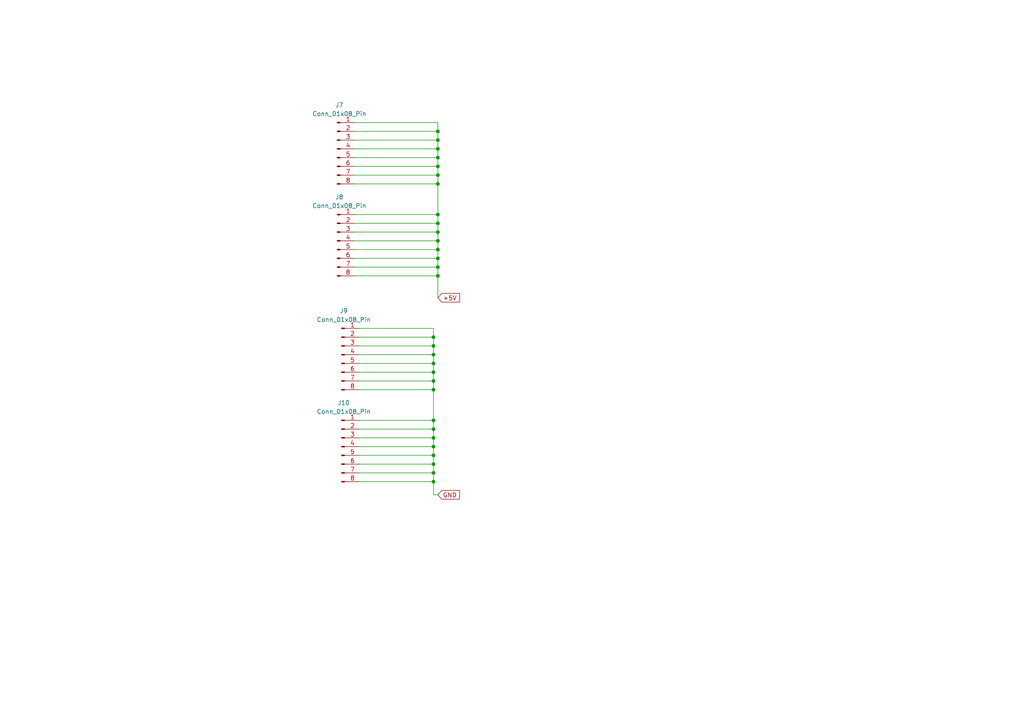
<source format=kicad_sch>
(kicad_sch (version 20250114) (generator "eeschema") (generator_version "9.0")
  (paper "A4")
  (lib_symbols
    (symbol "Connector:Conn_01x08_Pin" (pin_names (offset 1.016) (hide yes))
      (property "Reference" "J" (at 0 10.16 0))
      (property "Value" "Conn_01x08_Pin" (at 0 -12.7 0))
      (symbol "Conn_01x08_Pin_1_1"
        (rectangle (start 0.8636 7.747) (end 0 7.493) (stroke (width 0.1524)) (fill (type outline)))
        (rectangle (start 0.8636 5.207) (end 0 4.953) (stroke (width 0.1524)) (fill (type outline)))
        (rectangle (start 0.8636 2.667) (end 0 2.413) (stroke (width 0.1524)) (fill (type outline)))
        (rectangle (start 0.8636 0.127) (end 0 -0.127) (stroke (width 0.1524)) (fill (type outline)))
        (rectangle (start 0.8636 -2.413) (end 0 -2.667) (stroke (width 0.1524)) (fill (type outline)))
        (rectangle (start 0.8636 -4.953) (end 0 -5.207) (stroke (width 0.1524)) (fill (type outline)))
        (rectangle (start 0.8636 -7.493) (end 0 -7.747) (stroke (width 0.1524)) (fill (type outline)))
        (rectangle (start 0.8636 -10.033) (end 0 -10.287) (stroke (width 0.1524)) (fill (type outline)))
        (polyline (pts (xy 1.27 7.62) (xy 0.8636 7.62)) (stroke (width 0.1524)))
        (polyline (pts (xy 1.27 5.08) (xy 0.8636 5.08)) (stroke (width 0.1524)))
        (polyline (pts (xy 1.27 2.54) (xy 0.8636 2.54)) (stroke (width 0.1524)))
        (polyline (pts (xy 1.27 0) (xy 0.8636 0)) (stroke (width 0.1524)))
        (polyline (pts (xy 1.27 -2.54) (xy 0.8636 -2.54)) (stroke (width 0.1524)))
        (polyline (pts (xy 1.27 -5.08) (xy 0.8636 -5.08)) (stroke (width 0.1524)))
        (polyline (pts (xy 1.27 -7.62) (xy 0.8636 -7.62)) (stroke (width 0.1524)))
        (polyline (pts (xy 1.27 -10.16) (xy 0.8636 -10.16)) (stroke (width 0.1524)))
        (pin passive line (at 5.08 7.62 180) (length 3.81) (name "Pin_1") (number "1"))
        (pin passive line (at 5.08 5.08 180) (length 3.81) (name "Pin_2") (number "2"))
        (pin passive line (at 5.08 2.54 180) (length 3.81) (name "Pin_3") (number "3"))
        (pin passive line (at 5.08 0 180) (length 3.81) (name "Pin_4") (number "4"))
        (pin passive line (at 5.08 -2.54 180) (length 3.81) (name "Pin_5") (number "5"))
        (pin passive line (at 5.08 -5.08 180) (length 3.81) (name "Pin_6") (number "6"))
        (pin passive line (at 5.08 -7.62 180) (length 3.81) (name "Pin_7") (number "7"))
        (pin passive line (at 5.08 -10.16 180) (length 3.81) (name "Pin_8") (number "8"))
      )
    )
  )
  (junction (at 125.73 129.54))
  (junction (at 125.73 102.87))
  (junction (at 125.73 97.79))
  (junction (at 127 77.47))
  (junction (at 125.73 139.7))
  (junction (at 127 45.72))
  (junction (at 125.73 113.03))
  (junction (at 127 69.85))
  (junction (at 127 40.64))
  (junction (at 125.73 124.46))
  (junction (at 127 50.8))
  (junction (at 127 43.18))
  (junction (at 127 72.39))
  (junction (at 127 48.26))
  (junction (at 125.73 107.95))
  (junction (at 127 38.1))
  (junction (at 125.73 100.33))
  (junction (at 125.73 132.08))
  (junction (at 127 64.77))
  (junction (at 125.73 134.62))
  (junction (at 127 80.01))
  (junction (at 125.73 121.92))
  (junction (at 127 74.93))
  (junction (at 127 53.34))
  (junction (at 125.73 127))
  (junction (at 125.73 105.41))
  (junction (at 127 67.31))
  (junction (at 127 62.23))
  (junction (at 125.73 110.49))
  (junction (at 125.73 137.16))
  (wire (pts (xy 102.87 38.1) (xy 127 38.1)))
  (wire (pts (xy 102.87 53.34) (xy 127 53.34)))
  (wire (pts (xy 125.73 100.33) (xy 104.14 100.33)))
  (wire (pts (xy 125.73 121.92) (xy 125.73 124.46)))
  (wire (pts (xy 125.73 95.25) (xy 125.73 97.79)))
  (wire (pts (xy 125.73 102.87) (xy 104.14 102.87)))
  (wire (pts (xy 125.73 139.7) (xy 104.14 139.7)))
  (wire (pts (xy 102.87 62.23) (xy 127 62.23)))
  (wire (pts (xy 125.73 110.49) (xy 125.73 113.03)))
  (wire (pts (xy 125.73 129.54) (xy 104.14 129.54)))
  (wire (pts (xy 125.73 132.08) (xy 125.73 134.62)))
  (wire (pts (xy 127 74.93) (xy 127 77.47)))
  (wire (pts (xy 127 43.18) (xy 127 45.72)))
  (wire (pts (xy 102.87 64.77) (xy 127 64.77)))
  (wire (pts (xy 127 62.23) (xy 127 64.77)))
  (wire (pts (xy 125.73 127) (xy 104.14 127)))
  (wire (pts (xy 102.87 69.85) (xy 127 69.85)))
  (wire (pts (xy 125.73 124.46) (xy 125.73 127)))
  (wire (pts (xy 127 143.51) (xy 125.73 143.51)))
  (wire (pts (xy 125.73 105.41) (xy 125.73 107.95)))
  (wire (pts (xy 125.73 97.79) (xy 104.14 97.79)))
  (wire (pts (xy 102.87 77.47) (xy 127 77.47)))
  (wire (pts (xy 127 69.85) (xy 127 72.39)))
  (wire (pts (xy 125.73 143.51) (xy 125.73 139.7)))
  (wire (pts (xy 125.73 107.95) (xy 104.14 107.95)))
  (wire (pts (xy 127 40.64) (xy 127 43.18)))
  (wire (pts (xy 127 45.72) (xy 127 48.26)))
  (wire (pts (xy 102.87 48.26) (xy 127 48.26)))
  (wire (pts (xy 127 72.39) (xy 127 74.93)))
  (wire (pts (xy 125.73 121.92) (xy 104.14 121.92)))
  (wire (pts (xy 125.73 124.46) (xy 104.14 124.46)))
  (wire (pts (xy 127 80.01) (xy 127 86.36)))
  (wire (pts (xy 127 50.8) (xy 127 53.34)))
  (wire (pts (xy 102.87 50.8) (xy 127 50.8)))
  (wire (pts (xy 125.73 132.08) (xy 104.14 132.08)))
  (wire (pts (xy 125.73 107.95) (xy 125.73 110.49)))
  (wire (pts (xy 125.73 102.87) (xy 125.73 105.41)))
  (wire (pts (xy 125.73 129.54) (xy 125.73 132.08)))
  (wire (pts (xy 125.73 113.03) (xy 104.14 113.03)))
  (wire (pts (xy 102.87 43.18) (xy 127 43.18)))
  (wire (pts (xy 125.73 95.25) (xy 104.14 95.25)))
  (wire (pts (xy 102.87 67.31) (xy 127 67.31)))
  (wire (pts (xy 102.87 74.93) (xy 127 74.93)))
  (wire (pts (xy 102.87 35.56) (xy 127 35.56)))
  (wire (pts (xy 127 35.56) (xy 127 38.1)))
  (wire (pts (xy 127 77.47) (xy 127 80.01)))
  (wire (pts (xy 125.73 110.49) (xy 104.14 110.49)))
  (wire (pts (xy 102.87 45.72) (xy 127 45.72)))
  (wire (pts (xy 127 53.34) (xy 127 62.23)))
  (wire (pts (xy 127 67.31) (xy 127 69.85)))
  (wire (pts (xy 125.73 127) (xy 125.73 129.54)))
  (wire (pts (xy 125.73 134.62) (xy 125.73 137.16)))
  (wire (pts (xy 125.73 137.16) (xy 125.73 139.7)))
  (wire (pts (xy 102.87 40.64) (xy 127 40.64)))
  (wire (pts (xy 102.87 80.01) (xy 127 80.01)))
  (wire (pts (xy 102.87 72.39) (xy 127 72.39)))
  (wire (pts (xy 127 48.26) (xy 127 50.8)))
  (wire (pts (xy 125.73 105.41) (xy 104.14 105.41)))
  (wire (pts (xy 125.73 97.79) (xy 125.73 100.33)))
  (wire (pts (xy 125.73 137.16) (xy 104.14 137.16)))
  (wire (pts (xy 125.73 100.33) (xy 125.73 102.87)))
  (wire (pts (xy 125.73 113.03) (xy 125.73 121.92)))
  (wire (pts (xy 127 38.1) (xy 127 40.64)))
  (wire (pts (xy 125.73 134.62) (xy 104.14 134.62)))
  (wire (pts (xy 127 64.77) (xy 127 67.31)))
  (global_label "GND" (shape input) (at 127 143.51 0) (property "Intersheetrefs" "${INTERSHEET_REFS}" (effects (hide yes))))
  (global_label "+5V" (shape input) (at 127 86.36 0) (property "Intersheetrefs" "${INTERSHEET_REFS}" (effects (hide yes))))
  (symbol (lib_id "Connector:Conn_01x08_Pin") (at 97.79 43.18 0) (unit 1)
    (property "Reference" "J7" (at 98.425 30.48 0))
    (property "Value" "Conn_01x08_Pin" (at 98.425 33.02 0))
    (property "Description" "Generic connector, single row, 01x08, script generated" (effects (hide yes)))
  )
  (symbol (lib_id "Connector:Conn_01x08_Pin") (at 97.79 69.85 0) (unit 1)
    (property "Reference" "J8" (at 98.425 57.15 0))
    (property "Value" "Conn_01x08_Pin" (at 98.425 59.69 0))
    (property "Description" "Generic connector, single row, 01x08, script generated" (effects (hide yes)))
  )
  (symbol (lib_id "Connector:Conn_01x08_Pin") (at 99.06 129.54 0) (unit 1)
    (property "Reference" "J10" (at 99.695 116.84 0))
    (property "Value" "Conn_01x08_Pin" (at 99.695 119.38 0))
    (property "Description" "Generic connector, single row, 01x08, script generated" (effects (hide yes)))
  )
  (symbol (lib_id "Connector:Conn_01x08_Pin") (at 99.06 102.87 0) (unit 1)
    (property "Reference" "J9" (at 99.695 90.17 0))
    (property "Value" "Conn_01x08_Pin" (at 99.695 92.71 0))
    (property "Description" "Generic connector, single row, 01x08, script generated" (effects (hide yes)))
  )
)
</source>
